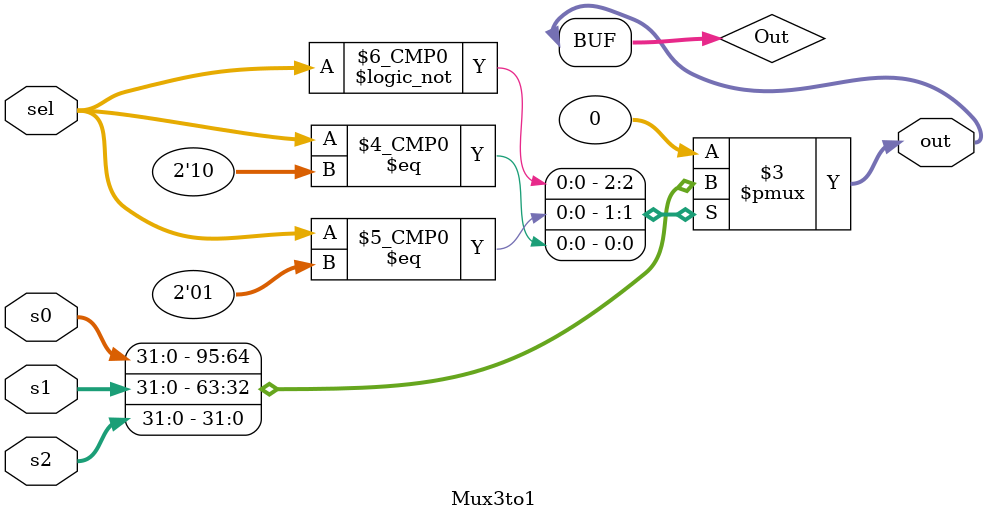
<source format=v>
module Mux3to1 #(
    parameter size = 32
) 
(
    input [1:0] sel,                // Selector (2 bits)
    input signed [size-1:0] s0,     // Input 0
    input signed [size-1:0] s1,     // Input 1
    input signed [size-1:0] s2,     // Input 2
    output signed [size-1:0] out    // Output
);
    // TODO: implement your 3to1 multiplexer here
    reg signed [size-1:0] Out;
    assign out = Out;
    always @(*) begin
        case(sel)
            2'b00: Out = s0;
            2'b01: Out = s1;
            2'b10: Out = s2;
            default: Out = 0;
        endcase
    end
    
endmodule


</source>
